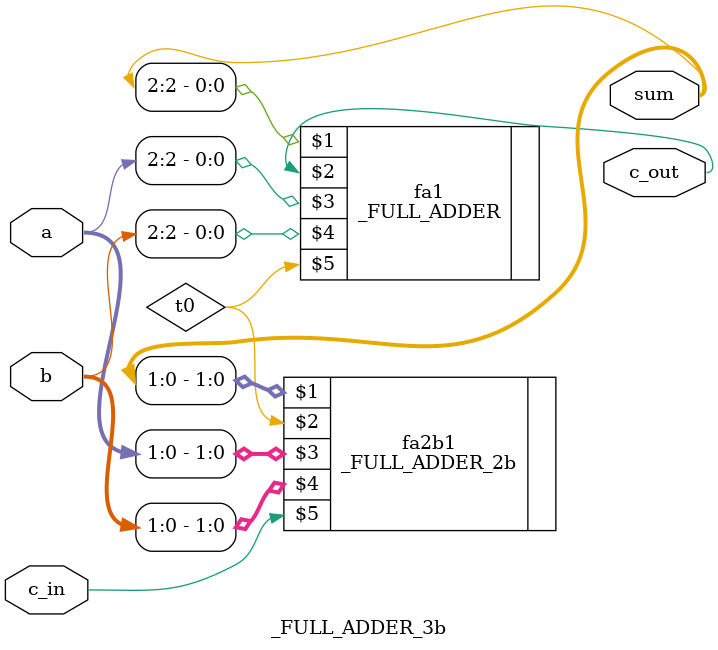
<source format=v>
`timescale 1ns / 1ps


module _FULL_ADDER_3b(
    output [2:0] sum,
    output c_out,
    input [2:0] a,
    input [2:0] b,
    input c_in
    );
    wire t0;
    _FULL_ADDER_2b fa2b1(sum[1:0], t0, a[1:0], b[1:0], c_in);
    _FULL_ADDER fa1(sum[2], c_out, a[2], b[2], t0);
endmodule

</source>
